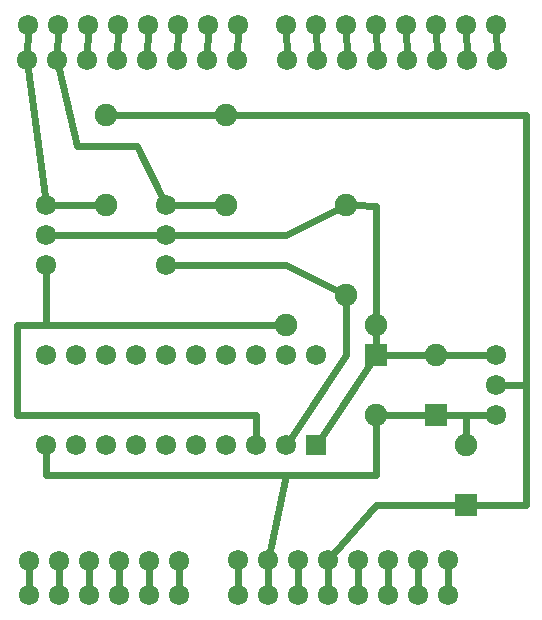
<source format=gtl>
G04 MADE WITH FRITZING*
G04 WWW.FRITZING.ORG*
G04 DOUBLE SIDED*
G04 HOLES PLATED*
G04 CONTOUR ON CENTER OF CONTOUR VECTOR*
%ASAXBY*%
%FSLAX23Y23*%
%MOIN*%
%OFA0B0*%
%SFA1.0B1.0*%
%ADD10C,0.067717*%
%ADD11C,0.075000*%
%ADD12R,0.075000X0.075000*%
%ADD13R,0.067716X0.067716*%
%ADD14C,0.024000*%
%LNCOPPER1*%
G90*
G70*
G54D10*
X1634Y672D03*
X1634Y772D03*
X1634Y872D03*
X1634Y672D03*
X1634Y772D03*
X1634Y872D03*
X534Y1372D03*
X534Y1272D03*
X534Y1172D03*
X534Y1372D03*
X534Y1272D03*
X534Y1172D03*
X134Y1372D03*
X134Y1272D03*
X134Y1172D03*
X134Y1372D03*
X134Y1272D03*
X134Y1172D03*
G54D11*
X934Y972D03*
X1234Y972D03*
X934Y972D03*
X1234Y972D03*
X1134Y1372D03*
X1134Y1072D03*
X1134Y1372D03*
X1134Y1072D03*
X334Y1672D03*
X334Y1372D03*
X334Y1672D03*
X334Y1372D03*
X734Y1672D03*
X734Y1372D03*
X734Y1672D03*
X734Y1372D03*
G54D10*
X75Y187D03*
X175Y187D03*
X275Y187D03*
X375Y187D03*
X475Y187D03*
X575Y187D03*
X75Y187D03*
X175Y187D03*
X275Y187D03*
X375Y187D03*
X475Y187D03*
X575Y187D03*
X76Y73D03*
X176Y73D03*
X276Y73D03*
X376Y73D03*
X476Y73D03*
X576Y73D03*
X76Y73D03*
X176Y73D03*
X276Y73D03*
X376Y73D03*
X476Y73D03*
X576Y73D03*
X774Y72D03*
X874Y72D03*
X974Y72D03*
X1074Y72D03*
X1174Y72D03*
X1274Y72D03*
X1374Y72D03*
X1474Y72D03*
X774Y72D03*
X874Y72D03*
X974Y72D03*
X1074Y72D03*
X1174Y72D03*
X1274Y72D03*
X1374Y72D03*
X1474Y72D03*
X73Y1972D03*
X173Y1972D03*
X273Y1972D03*
X373Y1972D03*
X473Y1972D03*
X573Y1972D03*
X673Y1972D03*
X773Y1972D03*
X73Y1972D03*
X173Y1972D03*
X273Y1972D03*
X373Y1972D03*
X473Y1972D03*
X573Y1972D03*
X673Y1972D03*
X773Y1972D03*
X773Y189D03*
X873Y189D03*
X973Y189D03*
X1073Y189D03*
X1173Y189D03*
X1273Y189D03*
X1373Y189D03*
X1473Y189D03*
X773Y189D03*
X873Y189D03*
X973Y189D03*
X1073Y189D03*
X1173Y189D03*
X1273Y189D03*
X1373Y189D03*
X1473Y189D03*
X70Y1854D03*
X170Y1854D03*
X270Y1854D03*
X370Y1854D03*
X470Y1854D03*
X570Y1854D03*
X670Y1854D03*
X770Y1854D03*
X70Y1854D03*
X170Y1854D03*
X270Y1854D03*
X370Y1854D03*
X470Y1854D03*
X570Y1854D03*
X670Y1854D03*
X770Y1854D03*
X935Y1855D03*
X1035Y1855D03*
X1135Y1855D03*
X1235Y1855D03*
X1335Y1855D03*
X1435Y1855D03*
X1535Y1855D03*
X1635Y1855D03*
X935Y1855D03*
X1035Y1855D03*
X1135Y1855D03*
X1235Y1855D03*
X1335Y1855D03*
X1435Y1855D03*
X1535Y1855D03*
X1635Y1855D03*
X934Y1972D03*
X1034Y1972D03*
X1134Y1972D03*
X1234Y1972D03*
X1334Y1972D03*
X1434Y1972D03*
X1534Y1972D03*
X1634Y1972D03*
X934Y1972D03*
X1034Y1972D03*
X1134Y1972D03*
X1234Y1972D03*
X1334Y1972D03*
X1434Y1972D03*
X1534Y1972D03*
X1634Y1972D03*
G54D11*
X1434Y672D03*
X1434Y872D03*
X1434Y672D03*
X1434Y872D03*
X1234Y872D03*
X1234Y672D03*
X1234Y872D03*
X1234Y672D03*
X1534Y372D03*
X1534Y572D03*
X1534Y372D03*
X1534Y572D03*
G54D10*
X1034Y572D03*
X1034Y872D03*
X934Y572D03*
X934Y872D03*
X834Y572D03*
X834Y872D03*
X734Y572D03*
X734Y872D03*
X634Y572D03*
X634Y872D03*
X534Y572D03*
X534Y872D03*
X434Y572D03*
X434Y872D03*
X334Y572D03*
X334Y872D03*
X234Y572D03*
X234Y872D03*
X134Y572D03*
X134Y872D03*
X1034Y572D03*
X1034Y872D03*
X934Y572D03*
X934Y872D03*
X834Y572D03*
X834Y872D03*
X734Y572D03*
X734Y872D03*
X634Y572D03*
X634Y872D03*
X534Y572D03*
X534Y872D03*
X434Y572D03*
X434Y872D03*
X334Y572D03*
X334Y872D03*
X234Y572D03*
X234Y872D03*
X134Y572D03*
X134Y872D03*
G54D12*
X1434Y672D03*
X1434Y672D03*
X1234Y872D03*
X1234Y872D03*
X1534Y372D03*
X1534Y372D03*
G54D13*
X1034Y572D03*
X1034Y572D03*
G54D14*
X1733Y1672D02*
X1733Y771D01*
D02*
X763Y1672D02*
X1733Y1672D01*
D02*
X705Y1672D02*
X363Y1672D01*
D02*
X520Y1399D02*
X435Y1570D01*
D02*
X235Y1570D02*
X177Y1824D01*
D02*
X435Y1570D02*
X235Y1570D01*
D02*
X130Y1402D02*
X74Y1824D01*
D02*
X165Y1372D02*
X305Y1372D01*
D02*
X165Y1272D02*
X503Y1272D01*
D02*
X565Y1372D02*
X705Y1372D01*
D02*
X834Y672D02*
X35Y672D01*
D02*
X35Y672D02*
X35Y971D01*
D02*
X834Y602D02*
X834Y672D01*
D02*
X35Y971D02*
X905Y971D01*
D02*
X1234Y1370D02*
X1163Y1371D01*
D02*
X1234Y1000D02*
X1234Y1370D01*
D02*
X1234Y872D02*
X1234Y943D01*
D02*
X1051Y597D02*
X1234Y872D01*
D02*
X133Y1072D02*
X134Y1141D01*
D02*
X133Y971D02*
X133Y1072D01*
D02*
X905Y971D02*
X133Y971D01*
D02*
X1733Y771D02*
X1665Y771D01*
D02*
X1133Y872D02*
X1134Y1043D01*
D02*
X951Y597D02*
X1133Y872D01*
D02*
X933Y1171D02*
X565Y1171D01*
D02*
X1108Y1084D02*
X933Y1171D01*
D02*
X933Y1272D02*
X1108Y1359D01*
D02*
X565Y1272D02*
X933Y1272D01*
D02*
X1474Y102D02*
X1473Y158D01*
D02*
X1174Y102D02*
X1173Y158D01*
D02*
X1074Y102D02*
X1073Y158D01*
D02*
X1374Y102D02*
X1373Y158D01*
D02*
X1274Y102D02*
X1273Y158D01*
D02*
X571Y1885D02*
X572Y1941D01*
D02*
X471Y1885D02*
X472Y1941D01*
D02*
X1335Y1885D02*
X1334Y1941D01*
D02*
X1635Y1885D02*
X1634Y1941D01*
D02*
X1135Y1885D02*
X1134Y1941D01*
D02*
X1035Y1885D02*
X1034Y1941D01*
D02*
X171Y1885D02*
X172Y1941D01*
D02*
X1435Y1885D02*
X1434Y1941D01*
D02*
X371Y1885D02*
X372Y1941D01*
D02*
X271Y1885D02*
X272Y1941D01*
D02*
X1235Y1885D02*
X1234Y1941D01*
D02*
X771Y1885D02*
X772Y1941D01*
D02*
X671Y1885D02*
X672Y1941D01*
D02*
X935Y1885D02*
X934Y1941D01*
D02*
X71Y1885D02*
X72Y1941D01*
D02*
X1535Y1885D02*
X1534Y1941D01*
D02*
X75Y104D02*
X75Y156D01*
D02*
X874Y102D02*
X873Y158D01*
D02*
X974Y102D02*
X973Y158D01*
D02*
X774Y102D02*
X773Y158D01*
D02*
X175Y104D02*
X175Y156D01*
D02*
X475Y104D02*
X475Y156D01*
D02*
X275Y104D02*
X275Y156D01*
D02*
X575Y104D02*
X575Y156D01*
D02*
X375Y104D02*
X375Y156D01*
D02*
X1603Y872D02*
X1463Y872D01*
D02*
X933Y472D02*
X879Y219D01*
D02*
X1234Y472D02*
X933Y472D01*
D02*
X1405Y672D02*
X1234Y672D01*
D02*
X1234Y672D02*
X1234Y472D01*
D02*
X1603Y672D02*
X1463Y672D01*
D02*
X1234Y872D02*
X1251Y894D01*
D02*
X1405Y872D02*
X1263Y872D01*
D02*
X1405Y672D02*
X1263Y672D01*
D02*
X1234Y371D02*
X1093Y212D01*
D02*
X1505Y371D02*
X1234Y371D01*
D02*
X1733Y771D02*
X1733Y371D01*
D02*
X1733Y371D02*
X1563Y371D01*
D02*
X1665Y771D02*
X1733Y771D01*
D02*
X1533Y672D02*
X1534Y600D01*
D02*
X1463Y672D02*
X1533Y672D01*
D02*
X133Y472D02*
X134Y541D01*
D02*
X879Y219D02*
X933Y472D01*
D02*
X933Y472D02*
X133Y472D01*
G04 End of Copper1*
M02*
</source>
